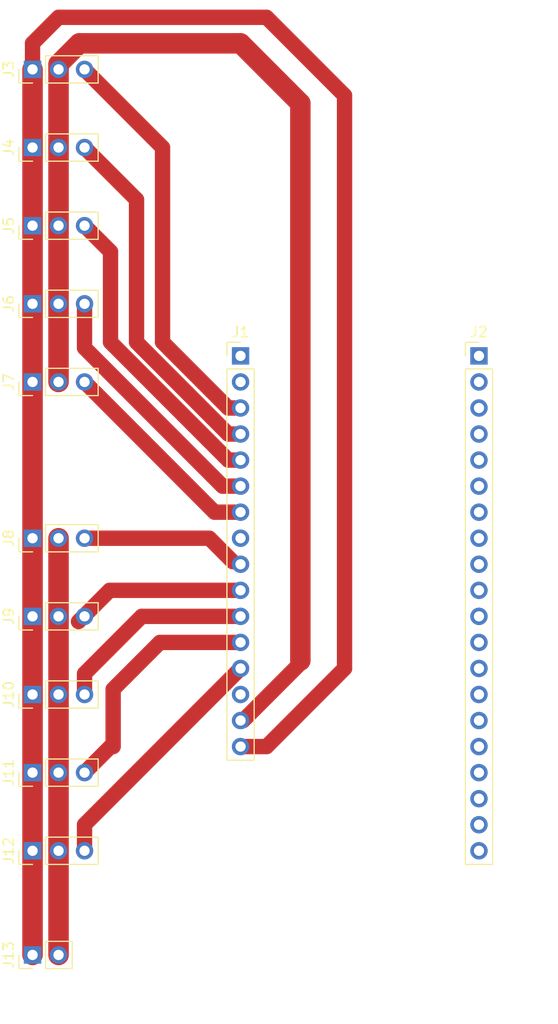
<source format=kicad_pcb>
(kicad_pcb (version 20211014) (generator pcbnew)
  (layers (0 "F.Cu" signal) (31 "B.Cu" signal) (34 "B.Paste" user) (35 "F.Paste" user) (36 "B.SilkS" user "B.Silkscreen") (37 "F.SilkS" user "F.Silkscreen") (38 "B.Mask" user) (39 "F.Mask" user) (44 "Edge.Cuts" user))
  (net 0 "")
  (net 3 "P1")
  (net 4 "P2")
  (net 5 "P3")
  (net 6 "P4")
  (net 7 "P5")
  (net 9 "M1")
  (net 10 "M2")
  (net 11 "M3")
  (net 12 "M4")
  (net 13 "M5")
  (net 15 "VCC")
  (net 16 "GND")
  (net 37 "VCC2")
  (footprint "Connector_PinHeader_2.54mm:PinHeader_1x03_P2.54mm_Vertical" (layer "F.Cu") (at 129.54 63.5 90)
    (fp_text reference "J6" (at 0 -2.33 90) (layer "F.SilkS"))
    (fp_text value "Conn_01x03_Male")
    (fp_line (start -1.33 1.27) (end -1.33 6.41) (layer "F.SilkS") (width 0.12))
    (fp_line (start -1.33 -1.33) (end 0 -1.33) (layer "F.SilkS") (width 0.12))
    (fp_line (start -1.33 6.41) (end 1.33 6.41) (layer "F.SilkS") (width 0.12))
    (fp_line (start -1.33 0) (end -1.33 -1.33) (layer "F.SilkS") (width 0.12))
    (fp_line (start -1.33 1.27) (end 1.33 1.27) (layer "F.SilkS") (width 0.12))
    (fp_line (start 1.33 1.27) (end 1.33 6.41) (layer "F.SilkS") (width 0.12))
    (pad "1" thru_hole rect (at 0 0 90) (size 1.7 1.7) (drill 1) (layers *.Cu *.Mask) (net 16 "GND"))
    (pad "2" thru_hole oval (at 0 2.54 90) (size 1.7 1.7) (drill 1) (layers *.Cu *.Mask) (net 15 "VCC"))
    (pad "3" thru_hole oval (at 0 5.08 90) (size 1.7 1.7) (drill 1) (layers *.Cu *.Mask) (net 6 "P4"))
  )
  (footprint "Connector_PinHeader_2.54mm:PinHeader_1x03_P2.54mm_Vertical" (layer "F.Cu") (at 129.54 86.36 90)
    (fp_text reference "J8" (at 0 -2.33 90) (layer "F.SilkS"))
    (fp_text value "Conn_01x03_Male")
    (fp_line (start -1.33 6.41) (end 1.33 6.41) (layer "F.SilkS") (width 0.12))
    (fp_line (start -1.33 1.27) (end 1.33 1.27) (layer "F.SilkS") (width 0.12))
    (fp_line (start 1.33 1.27) (end 1.33 6.41) (layer "F.SilkS") (width 0.12))
    (fp_line (start -1.33 -1.33) (end 0 -1.33) (layer "F.SilkS") (width 0.12))
    (fp_line (start -1.33 1.27) (end -1.33 6.41) (layer "F.SilkS") (width 0.12))
    (fp_line (start -1.33 0) (end -1.33 -1.33) (layer "F.SilkS") (width 0.12))
    (pad "1" thru_hole rect (at 0 0 90) (size 1.7 1.7) (drill 1) (layers *.Cu *.Mask) (net 16 "GND"))
    (pad "2" thru_hole oval (at 0 2.54 90) (size 1.7 1.7) (drill 1) (layers *.Cu *.Mask) (net 37 "VCC2"))
    (pad "3" thru_hole oval (at 0 5.08 90) (size 1.7 1.7) (drill 1) (layers *.Cu *.Mask) (net 9 "M1"))
  )
  (footprint "Connector_PinHeader_2.54mm:PinHeader_1x20_P2.54mm_Vertical" (layer "F.Cu") (at 173.15 68.58)
    (fp_text reference "J2" (at 0 -2.33) (layer "F.SilkS"))
    (fp_text value "Conn_01x20_Female")
    (fp_line (start -1.33 0) (end -1.33 -1.33) (layer "F.SilkS") (width 0.12))
    (fp_line (start -1.33 -1.33) (end 0 -1.33) (layer "F.SilkS") (width 0.12))
    (fp_line (start -1.33 1.27) (end -1.33 49.59) (layer "F.SilkS") (width 0.12))
    (fp_line (start -1.33 49.59) (end 1.33 49.59) (layer "F.SilkS") (width 0.12))
    (fp_line (start -1.33 1.27) (end 1.33 1.27) (layer "F.SilkS") (width 0.12))
    (fp_line (start 1.33 1.27) (end 1.33 49.59) (layer "F.SilkS") (width 0.12))
    (pad "1" thru_hole rect (at 0 0) (size 1.7 1.7) (drill 1) (layers *.Cu *.Mask))
    (pad "2" thru_hole oval (at 0 2.54) (size 1.7 1.7) (drill 1) (layers *.Cu *.Mask))
    (pad "3" thru_hole oval (at 0 5.08) (size 1.7 1.7) (drill 1) (layers *.Cu *.Mask))
    (pad "4" thru_hole oval (at 0 7.62) (size 1.7 1.7) (drill 1) (layers *.Cu *.Mask))
    (pad "5" thru_hole oval (at 0 10.16) (size 1.7 1.7) (drill 1) (layers *.Cu *.Mask))
    (pad "6" thru_hole oval (at 0 12.7) (size 1.7 1.7) (drill 1) (layers *.Cu *.Mask))
    (pad "7" thru_hole oval (at 0 15.24) (size 1.7 1.7) (drill 1) (layers *.Cu *.Mask))
    (pad "8" thru_hole oval (at 0 17.78) (size 1.7 1.7) (drill 1) (layers *.Cu *.Mask))
    (pad "9" thru_hole oval (at 0 20.32) (size 1.7 1.7) (drill 1) (layers *.Cu *.Mask))
    (pad "10" thru_hole oval (at 0 22.86) (size 1.7 1.7) (drill 1) (layers *.Cu *.Mask))
    (pad "11" thru_hole oval (at 0 25.4) (size 1.7 1.7) (drill 1) (layers *.Cu *.Mask))
    (pad "12" thru_hole oval (at 0 27.94) (size 1.7 1.7) (drill 1) (layers *.Cu *.Mask))
    (pad "13" thru_hole oval (at 0 30.48) (size 1.7 1.7) (drill 1) (layers *.Cu *.Mask))
    (pad "14" thru_hole oval (at 0 33.02) (size 1.7 1.7) (drill 1) (layers *.Cu *.Mask))
    (pad "15" thru_hole oval (at 0 35.56) (size 1.7 1.7) (drill 1) (layers *.Cu *.Mask))
    (pad "16" thru_hole oval (at 0 38.1) (size 1.7 1.7) (drill 1) (layers *.Cu *.Mask))
    (pad "17" thru_hole oval (at 0 40.64) (size 1.7 1.7) (drill 1) (layers *.Cu *.Mask))
    (pad "18" thru_hole oval (at 0 43.18) (size 1.7 1.7) (drill 1) (layers *.Cu *.Mask))
    (pad "19" thru_hole oval (at 0 45.72) (size 1.7 1.7) (drill 1) (layers *.Cu *.Mask))
    (pad "20" thru_hole oval (at 0 48.26) (size 1.7 1.7) (drill 1) (layers *.Cu *.Mask))
  )
  (footprint "Connector_PinHeader_2.54mm:PinHeader_1x03_P2.54mm_Vertical" (layer "F.Cu") (at 129.54 40.64 90)
    (fp_text reference "J3" (at 0 -2.33 90) (layer "F.SilkS"))
    (fp_text value "Conn_01x03_Male")
    (fp_line (start -1.33 6.41) (end 1.33 6.41) (layer "F.SilkS") (width 0.12))
    (fp_line (start -1.33 0) (end -1.33 -1.33) (layer "F.SilkS") (width 0.12))
    (fp_line (start 1.33 1.27) (end 1.33 6.41) (layer "F.SilkS") (width 0.12))
    (fp_line (start -1.33 1.27) (end -1.33 6.41) (layer "F.SilkS") (width 0.12))
    (fp_line (start -1.33 1.27) (end 1.33 1.27) (layer "F.SilkS") (width 0.12))
    (fp_line (start -1.33 -1.33) (end 0 -1.33) (layer "F.SilkS") (width 0.12))
    (pad "1" thru_hole rect (at 0 0 90) (size 1.7 1.7) (drill 1) (layers *.Cu *.Mask) (net 16 "GND"))
    (pad "2" thru_hole oval (at 0 2.54 90) (size 1.7 1.7) (drill 1) (layers *.Cu *.Mask) (net 15 "VCC"))
    (pad "3" thru_hole oval (at 0 5.08 90) (size 1.7 1.7) (drill 1) (layers *.Cu *.Mask) (net 3 "P1"))
  )
  (footprint "Connector_PinHeader_2.54mm:PinHeader_1x16_P2.54mm_Vertical" (layer "F.Cu") (at 149.86 68.58)
    (fp_text reference "J1" (at 0 -2.33) (layer "F.SilkS"))
    (fp_text value "Conn_01x16_Female")
    (fp_line (start -1.33 0) (end -1.33 -1.33) (layer "F.SilkS") (width 0.12))
    (fp_line (start -1.33 39.43) (end 1.33 39.43) (layer "F.SilkS") (width 0.12))
    (fp_line (start -1.33 1.27) (end 1.33 1.27) (layer "F.SilkS") (width 0.12))
    (fp_line (start -1.33 1.27) (end -1.33 39.43) (layer "F.SilkS") (width 0.12))
    (fp_line (start 1.33 1.27) (end 1.33 39.43) (layer "F.SilkS") (width 0.12))
    (fp_line (start -1.33 -1.33) (end 0 -1.33) (layer "F.SilkS") (width 0.12))
    (pad "1" thru_hole rect (at 0 0) (size 1.7 1.7) (drill 1) (layers *.Cu *.Mask))
    (pad "2" thru_hole oval (at 0 2.54) (size 1.7 1.7) (drill 1) (layers *.Cu *.Mask))
    (pad "3" thru_hole oval (at 0 5.08) (size 1.7 1.7) (drill 1) (layers *.Cu *.Mask) (net 3 "P1"))
    (pad "4" thru_hole oval (at 0 7.62) (size 1.7 1.7) (drill 1) (layers *.Cu *.Mask) (net 4 "P2"))
    (pad "5" thru_hole oval (at 0 10.16) (size 1.7 1.7) (drill 1) (layers *.Cu *.Mask) (net 5 "P3"))
    (pad "6" thru_hole oval (at 0 12.7) (size 1.7 1.7) (drill 1) (layers *.Cu *.Mask) (net 6 "P4"))
    (pad "7" thru_hole oval (at 0 15.24) (size 1.7 1.7) (drill 1) (layers *.Cu *.Mask) (net 7 "P5"))
    (pad "8" thru_hole oval (at 0 17.78) (size 1.7 1.7) (drill 1) (layers *.Cu *.Mask))
    (pad "9" thru_hole oval (at 0 20.32) (size 1.7 1.7) (drill 1) (layers *.Cu *.Mask) (net 9 "M1"))
    (pad "10" thru_hole oval (at 0 22.86) (size 1.7 1.7) (drill 1) (layers *.Cu *.Mask) (net 10 "M2"))
    (pad "11" thru_hole oval (at 0 25.4) (size 1.7 1.7) (drill 1) (layers *.Cu *.Mask) (net 11 "M3"))
    (pad "12" thru_hole oval (at 0 27.94) (size 1.7 1.7) (drill 1) (layers *.Cu *.Mask) (net 12 "M4"))
    (pad "13" thru_hole oval (at 0 30.48) (size 1.7 1.7) (drill 1) (layers *.Cu *.Mask) (net 13 "M5"))
    (pad "14" thru_hole oval (at 0 33.02) (size 1.7 1.7) (drill 1) (layers *.Cu *.Mask))
    (pad "15" thru_hole oval (at 0 35.56) (size 1.7 1.7) (drill 1) (layers *.Cu *.Mask) (net 15 "VCC"))
    (pad "16" thru_hole oval (at 0 38.1) (size 1.7 1.7) (drill 1) (layers *.Cu *.Mask) (net 16 "GND"))
  )
  (footprint "Connector_PinHeader_2.54mm:PinHeader_1x02_P2.54mm_Vertical" (layer "F.Cu") (at 129.54 127 90)
    (fp_text reference "J13" (at 0 -2.33 90) (layer "F.SilkS"))
    (fp_text value "Conn_01x02_Male")
    (fp_line (start -1.33 1.27) (end 1.33 1.27) (layer "F.SilkS") (width 0.12))
    (fp_line (start -1.33 1.27) (end -1.33 3.87) (layer "F.SilkS") (width 0.12))
    (fp_line (start 1.33 1.27) (end 1.33 3.87) (layer "F.SilkS") (width 0.12))
    (fp_line (start -1.33 3.87) (end 1.33 3.87) (layer "F.SilkS") (width 0.12))
    (fp_line (start -1.33 0) (end -1.33 -1.33) (layer "F.SilkS") (width 0.12))
    (fp_line (start -1.33 -1.33) (end 0 -1.33) (layer "F.SilkS") (width 0.12))
    (pad "1" thru_hole rect (at 0 0 90) (size 1.7 1.7) (drill 1) (layers *.Cu *.Mask) (net 16 "GND"))
    (pad "2" thru_hole oval (at 0 2.54 90) (size 1.7 1.7) (drill 1) (layers *.Cu *.Mask) (net 37 "VCC2"))
  )
  (footprint "Connector_PinHeader_2.54mm:PinHeader_1x03_P2.54mm_Vertical" (layer "F.Cu") (at 129.54 55.88 90)
    (fp_text reference "J5" (at 0 -2.33 90) (layer "F.SilkS"))
    (fp_text value "Conn_01x03_Male")
    (fp_line (start -1.33 6.41) (end 1.33 6.41) (layer "F.SilkS") (width 0.12))
    (fp_line (start -1.33 1.27) (end 1.33 1.27) (layer "F.SilkS") (width 0.12))
    (fp_line (start -1.33 1.27) (end -1.33 6.41) (layer "F.SilkS") (width 0.12))
    (fp_line (start -1.33 0) (end -1.33 -1.33) (layer "F.SilkS") (width 0.12))
    (fp_line (start 1.33 1.27) (end 1.33 6.41) (layer "F.SilkS") (width 0.12))
    (fp_line (start -1.33 -1.33) (end 0 -1.33) (layer "F.SilkS") (width 0.12))
    (pad "1" thru_hole rect (at 0 0 90) (size 1.7 1.7) (drill 1) (layers *.Cu *.Mask) (net 16 "GND"))
    (pad "2" thru_hole oval (at 0 2.54 90) (size 1.7 1.7) (drill 1) (layers *.Cu *.Mask) (net 15 "VCC"))
    (pad "3" thru_hole oval (at 0 5.08 90) (size 1.7 1.7) (drill 1) (layers *.Cu *.Mask) (net 5 "P3"))
  )
  (footprint "Connector_PinHeader_2.54mm:PinHeader_1x03_P2.54mm_Vertical" (layer "F.Cu") (at 129.54 116.84 90)
    (fp_text reference "J12" (at 0 -2.33 90) (layer "F.SilkS"))
    (fp_text value "Conn_01x03_Male")
    (fp_line (start 1.33 1.27) (end 1.33 6.41) (layer "F.SilkS") (width 0.12))
    (fp_line (start -1.33 0) (end -1.33 -1.33) (layer "F.SilkS") (width 0.12))
    (fp_line (start -1.33 1.27) (end 1.33 1.27) (layer "F.SilkS") (width 0.12))
    (fp_line (start -1.33 -1.33) (end 0 -1.33) (layer "F.SilkS") (width 0.12))
    (fp_line (start -1.33 1.27) (end -1.33 6.41) (layer "F.SilkS") (width 0.12))
    (fp_line (start -1.33 6.41) (end 1.33 6.41) (layer "F.SilkS") (width 0.12))
    (pad "1" thru_hole rect (at 0 0 90) (size 1.7 1.7) (drill 1) (layers *.Cu *.Mask) (net 16 "GND"))
    (pad "2" thru_hole oval (at 0 2.54 90) (size 1.7 1.7) (drill 1) (layers *.Cu *.Mask) (net 37 "VCC2"))
    (pad "3" thru_hole oval (at 0 5.08 90) (size 1.7 1.7) (drill 1) (layers *.Cu *.Mask) (net 13 "M5"))
  )
  (footprint "Connector_PinHeader_2.54mm:PinHeader_1x03_P2.54mm_Vertical" (layer "F.Cu") (at 129.54 48.26 90)
    (fp_text reference "J4" (at 0 -2.33 90) (layer "F.SilkS"))
    (fp_text value "Conn_01x03_Male")
    (fp_line (start -1.33 6.41) (end 1.33 6.41) (layer "F.SilkS") (width 0.12))
    (fp_line (start -1.33 1.27) (end -1.33 6.41) (layer "F.SilkS") (width 0.12))
    (fp_line (start -1.33 0) (end -1.33 -1.33) (layer "F.SilkS") (width 0.12))
    (fp_line (start 1.33 1.27) (end 1.33 6.41) (layer "F.SilkS") (width 0.12))
    (fp_line (start -1.33 1.27) (end 1.33 1.27) (layer "F.SilkS") (width 0.12))
    (fp_line (start -1.33 -1.33) (end 0 -1.33) (layer "F.SilkS") (width 0.12))
    (pad "1" thru_hole rect (at 0 0 90) (size 1.7 1.7) (drill 1) (layers *.Cu *.Mask) (net 16 "GND"))
    (pad "2" thru_hole oval (at 0 2.54 90) (size 1.7 1.7) (drill 1) (layers *.Cu *.Mask) (net 15 "VCC"))
    (pad "3" thru_hole oval (at 0 5.08 90) (size 1.7 1.7) (drill 1) (layers *.Cu *.Mask) (net 4 "P2"))
  )
  (footprint "Connector_PinHeader_2.54mm:PinHeader_1x03_P2.54mm_Vertical" (layer "F.Cu") (at 129.54 71.12 90)
    (fp_text reference "J7" (at 0 -2.33 90) (layer "F.SilkS"))
    (fp_text value "Conn_01x03_Male")
    (fp_line (start 1.33 1.27) (end 1.33 6.41) (layer "F.SilkS") (width 0.12))
    (fp_line (start -1.33 6.41) (end 1.33 6.41) (layer "F.SilkS") (width 0.12))
    (fp_line (start -1.33 -1.33) (end 0 -1.33) (layer "F.SilkS") (width 0.12))
    (fp_line (start -1.33 1.27) (end 1.33 1.27) (layer "F.SilkS") (width 0.12))
    (fp_line (start -1.33 0) (end -1.33 -1.33) (layer "F.SilkS") (width 0.12))
    (fp_line (start -1.33 1.27) (end -1.33 6.41) (layer "F.SilkS") (width 0.12))
    (pad "1" thru_hole rect (at 0 0 90) (size 1.7 1.7) (drill 1) (layers *.Cu *.Mask) (net 16 "GND"))
    (pad "2" thru_hole oval (at 0 2.54 90) (size 1.7 1.7) (drill 1) (layers *.Cu *.Mask) (net 15 "VCC"))
    (pad "3" thru_hole oval (at 0 5.08 90) (size 1.7 1.7) (drill 1) (layers *.Cu *.Mask) (net 7 "P5"))
  )
  (footprint "Connector_PinHeader_2.54mm:PinHeader_1x03_P2.54mm_Vertical" (layer "F.Cu") (at 129.54 101.6 90)
    (fp_text reference "J10" (at 0 -2.33 90) (layer "F.SilkS"))
    (fp_text value "Conn_01x03_Male")
    (fp_line (start -1.33 -1.33) (end 0 -1.33) (layer "F.SilkS") (width 0.12))
    (fp_line (start -1.33 6.41) (end 1.33 6.41) (layer "F.SilkS") (width 0.12))
    (fp_line (start 1.33 1.27) (end 1.33 6.41) (layer "F.SilkS") (width 0.12))
    (fp_line (start -1.33 0) (end -1.33 -1.33) (layer "F.SilkS") (width 0.12))
    (fp_line (start -1.33 1.27) (end 1.33 1.27) (layer "F.SilkS") (width 0.12))
    (fp_line (start -1.33 1.27) (end -1.33 6.41) (layer "F.SilkS") (width 0.12))
    (pad "1" thru_hole rect (at 0 0 90) (size 1.7 1.7) (drill 1) (layers *.Cu *.Mask) (net 16 "GND"))
    (pad "2" thru_hole oval (at 0 2.54 90) (size 1.7 1.7) (drill 1) (layers *.Cu *.Mask) (net 37 "VCC2"))
    (pad "3" thru_hole oval (at 0 5.08 90) (size 1.7 1.7) (drill 1) (layers *.Cu *.Mask) (net 11 "M3"))
  )
  (footprint "Connector_PinHeader_2.54mm:PinHeader_1x03_P2.54mm_Vertical" (layer "F.Cu") (at 129.54 109.22 90)
    (fp_text reference "J11" (at 0 -2.33 90) (layer "F.SilkS"))
    (fp_text value "Conn_01x03_Male")
    (fp_line (start -1.33 -1.33) (end 0 -1.33) (layer "F.SilkS") (width 0.12))
    (fp_line (start 1.33 1.27) (end 1.33 6.41) (layer "F.SilkS") (width 0.12))
    (fp_line (start -1.33 6.41) (end 1.33 6.41) (layer "F.SilkS") (width 0.12))
    (fp_line (start -1.33 0) (end -1.33 -1.33) (layer "F.SilkS") (width 0.12))
    (fp_line (start -1.33 1.27) (end 1.33 1.27) (layer "F.SilkS") (width 0.12))
    (fp_line (start -1.33 1.27) (end -1.33 6.41) (layer "F.SilkS") (width 0.12))
    (pad "1" thru_hole rect (at 0 0 90) (size 1.7 1.7) (drill 1) (layers *.Cu *.Mask) (net 16 "GND"))
    (pad "2" thru_hole oval (at 0 2.54 90) (size 1.7 1.7) (drill 1) (layers *.Cu *.Mask) (net 37 "VCC2"))
    (pad "3" thru_hole oval (at 0 5.08 90) (size 1.7 1.7) (drill 1) (layers *.Cu *.Mask) (net 12 "M4"))
  )
  (footprint "Connector_PinHeader_2.54mm:PinHeader_1x03_P2.54mm_Vertical" (layer "F.Cu") (at 129.54 93.98 90)
    (fp_text reference "J9" (at 0 -2.33 90) (layer "F.SilkS"))
    (fp_text value "Conn_01x03_Male")
    (fp_line (start -1.33 6.41) (end 1.33 6.41) (layer "F.SilkS") (width 0.12))
    (fp_line (start -1.33 -1.33) (end 0 -1.33) (layer "F.SilkS") (width 0.12))
    (fp_line (start 1.33 1.27) (end 1.33 6.41) (layer "F.SilkS") (width 0.12))
    (fp_line (start -1.33 1.27) (end -1.33 6.41) (layer "F.SilkS") (width 0.12))
    (fp_line (start -1.33 0) (end -1.33 -1.33) (layer "F.SilkS") (width 0.12))
    (fp_line (start -1.33 1.27) (end 1.33 1.27) (layer "F.SilkS") (width 0.12))
    (pad "1" thru_hole rect (at 0 0 90) (size 1.7 1.7) (drill 1) (layers *.Cu *.Mask) (net 16 "GND"))
    (pad "2" thru_hole oval (at 0 2.54 90) (size 1.7 1.7) (drill 1) (layers *.Cu *.Mask) (net 37 "VCC2"))
    (pad "3" thru_hole oval (at 0 5.08 90) (size 1.7 1.7) (drill 1) (layers *.Cu *.Mask) (net 10 "M2"))
  )
  (segment (start 142.24 48.26) (end 134.62 40.64) (width 1.5) (layer "F.Cu") (net 3))
  (segment (start 149.86 73.66) (end 148.657919 73.66) (width 1.5) (layer "F.Cu") (net 3))
  (segment (start 148.657919 73.66) (end 142.24 67.242081) (width 1.5) (layer "F.Cu") (net 3))
  (segment (start 142.24 67.242081) (end 142.24 48.26) (width 1.5) (layer "F.Cu") (net 3))
  (segment (start 149.86 76.2) (end 148.657919 76.2) (width 1.5) (layer "F.Cu") (net 4))
  (segment (start 148.657919 76.2) (end 139.7 67.242081) (width 1.5) (layer "F.Cu") (net 4))
  (segment (start 139.7 67.242081) (end 139.7 53.34) (width 1.5) (layer "F.Cu") (net 4))
  (segment (start 139.7 53.34) (end 134.62 48.26) (width 1.5) (layer "F.Cu") (net 4))
  (segment (start 137.16 67.242081) (end 137.16 58.42) (width 1.5) (layer "F.Cu") (net 5))
  (segment (start 148.657919 78.74) (end 137.16 67.242081) (width 1.5) (layer "F.Cu") (net 5))
  (segment (start 137.16 58.42) (end 134.62 55.88) (width 1.5) (layer "F.Cu") (net 5))
  (segment (start 149.86 78.74) (end 148.657919 78.74) (width 1.5) (layer "F.Cu") (net 5))
  (segment (start 134.62 63.5) (end 134.62 67.799211) (width 1.5) (layer "F.Cu") (net 6))
  (segment (start 148.100789 81.28) (end 149.86 81.28) (width 1.5) (layer "F.Cu") (net 6))
  (segment (start 134.62 67.799211) (end 148.100789 81.28) (width 1.5) (layer "F.Cu") (net 6))
  (segment (start 134.62 71.12) (end 147.32 83.82) (width 1.5) (layer "F.Cu") (net 7))
  (segment (start 147.32 83.82) (end 149.86 83.82) (width 1.5) (layer "F.Cu") (net 7))
  (segment (start 146.812 86.36) (end 149.098 88.646) (width 1.5) (layer "F.Cu") (net 9))
  (segment (start 134.62 86.36) (end 146.812 86.36) (width 1.5) (layer "F.Cu") (net 9))
  (segment (start 149.86 91.44) (end 137.078 91.44) (width 1.5) (layer "F.Cu") (net 10))
  (segment (start 137.078 91.44) (end 134.03 94.488) (width 1.5) (layer "F.Cu") (net 10))
  (segment (start 140.208 93.98) (end 134.62 99.568) (width 1.5) (layer "F.Cu") (net 11))
  (segment (start 134.62 99.568) (end 134.62 101.6) (width 1.5) (layer "F.Cu") (net 11))
  (segment (start 149.86 93.98) (end 140.208 93.98) (width 1.5) (layer "F.Cu") (net 11))
  (segment (start 149.86 96.52) (end 141.986 96.52) (width 1.5) (layer "F.Cu") (net 12))
  (segment (start 137.414 101.092) (end 137.414 106.68) (width 1.5) (layer "F.Cu") (net 12))
  (segment (start 141.986 96.52) (end 137.414 101.092) (width 1.5) (layer "F.Cu") (net 12))
  (segment (start 137.414 106.68) (end 137.16 106.68) (width 1.5) (layer "F.Cu") (net 12))
  (segment (start 137.16 106.68) (end 134.62 109.22) (width 1.5) (layer "F.Cu") (net 12))
  (segment (start 149.854415 99.06) (end 134.62 114.294415) (width 1.5) (layer "F.Cu") (net 13))
  (segment (start 149.86 99.06) (end 149.854415 99.06) (width 1.5) (layer "F.Cu") (net 13))
  (segment (start 134.62 114.294415) (end 134.62 116.84) (width 1.5) (layer "F.Cu") (net 13))
  (segment (start 132.08 55.88) (end 132.08 63.5) (width 2) (layer "F.Cu") (net 15))
  (segment (start 149.86 38.1) (end 155.702 43.942) (width 2) (layer "F.Cu") (net 15))
  (segment (start 132.08 55.88) (end 132.08 48.26) (width 2) (layer "F.Cu") (net 15))
  (segment (start 150.114 104.14) (end 155.702 98.552) (width 1.5) (layer "F.Cu") (net 15))
  (segment (start 132.08 40.64) (end 132.08 40.132) (width 2) (layer "F.Cu") (net 15))
  (segment (start 132.08 48.26) (end 132.08 40.64) (width 2) (layer "F.Cu") (net 15))
  (segment (start 132.08 40.132) (end 134.112 38.1) (width 2) (layer "F.Cu") (net 15))
  (segment (start 132.08 71.12) (end 132.08 63.5) (width 2) (layer "F.Cu") (net 15))
  (segment (start 155.702 43.942) (end 155.702 98.298) (width 2) (layer "F.Cu") (net 15))
  (segment (start 134.112 38.1) (end 149.86 38.1) (width 2) (layer "F.Cu") (net 15))
  (segment (start 155.702 98.552) (end 155.702 98.298) (width 1.5) (layer "F.Cu") (net 15))
  (segment (start 149.86 104.14) (end 150.114 104.14) (width 1.5) (layer "F.Cu") (net 15))
  (segment (start 129.54 71.12) (end 129.54 86.36) (width 2) (layer "F.Cu") (net 16))
  (segment (start 129.54 101.6) (end 129.54 109.22) (width 2) (layer "F.Cu") (net 16))
  (segment (start 129.54 116.84) (end 129.54 127) (width 2) (layer "F.Cu") (net 16))
  (segment (start 129.54 40.64) (end 129.54 48.26) (width 2) (layer "F.Cu") (net 16))
  (segment (start 129.54 48.26) (end 129.54 55.88) (width 2) (layer "F.Cu") (net 16))
  (segment (start 129.54 109.22) (end 129.54 116.84) (width 2) (layer "F.Cu") (net 16))
  (segment (start 152.4 106.68) (end 160.02 99.06) (width 1.5) (layer "F.Cu") (net 16))
  (segment (start 160.02 43.18) (end 152.4 35.56) (width 1.5) (layer "F.Cu") (net 16))
  (segment (start 129.54 93.98) (end 129.54 101.6) (width 2) (layer "F.Cu") (net 16))
  (segment (start 129.54 86.36) (end 129.54 93.98) (width 2) (layer "F.Cu") (net 16))
  (segment (start 132.08 35.56) (end 129.54 38.1) (width 1.5) (layer "F.Cu") (net 16))
  (segment (start 129.54 55.88) (end 129.54 63.5) (width 2) (layer "F.Cu") (net 16))
  (segment (start 160.02 99.06) (end 160.02 43.18) (width 1.5) (layer "F.Cu") (net 16))
  (segment (start 129.54 63.5) (end 129.54 71.12) (width 2) (layer "F.Cu") (net 16))
  (segment (start 129.54 38.1) (end 129.54 40.64) (width 1.5) (layer "F.Cu") (net 16))
  (segment (start 149.86 106.68) (end 152.4 106.68) (width 1.5) (layer "F.Cu") (net 16))
  (segment (start 152.4 35.56) (end 132.08 35.56) (width 1.5) (layer "F.Cu") (net 16))
  (segment (start 132.08 109.22) (end 132.08 101.6) (width 2) (layer "F.Cu") (net 37))
  (segment (start 132.08 101.6) (end 132.08 93.98) (width 2) (layer "F.Cu") (net 37))
  (segment (start 132.08 116.84) (end 132.08 109.22) (width 2) (layer "F.Cu") (net 37))
  (segment (start 132.08 93.98) (end 132.08 86.36) (width 2) (layer "F.Cu") (net 37))
  (segment (start 132.08 127) (end 132.08 116.84) (width 2) (layer "F.Cu") (net 37))
)
</source>
